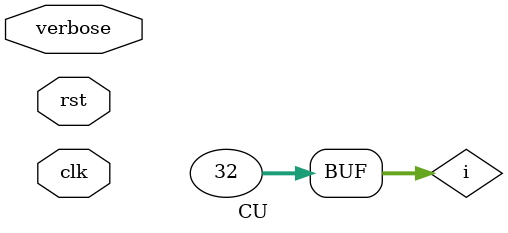
<source format=sv>

`include "veda.sv"
`include "inst_fetch.sv"
`include "inst_decode.sv"
`include "alu.sv"
`include "branch.sv"

module CU #(
  parameter ADDRESS_WIDTH = 5,
  parameter INSTRUCTION_SIZE = 32,
  parameter DATA_SIZE = 64
  ) (
  input clk, 
  input verbose,
  input rst
);
  wire [31:0] instruction; // instruction fetched from instruction memory
  reg [ADDRESS_WIDTH:0] pc; // always points the address of the stored instruction, would always be accesed in instruction memory
  wire [ADDRESS_WIDTH:0] next_pc;

  reg [31:0] inplace_memory [31:0] ; // 32-bit 32 registers
  reg [31:0] ra_reg; // return address register

  // instruction decode registers
  wire [5:0] opcode;
  wire [4:0] rs;
  wire [4:0] rt;
  wire [4:0] rd;
  wire [4:0] shift;
  wire [5:0] funct;
  wire [15:0] imm;
  wire [25:0] jmp;

  // storage memory registers
  reg write_enable = 1'b0, mode = 1'b0;
  reg [ADDRESS_WIDTH:0] addr;
  wire [31:0] dataout;
  reg [31:0] datain;

  // ALU registers
  wire [31:0] alu_out;
  // reg [31:0] data1, data2;

  instruction_fetch insr(
    .clk(clk),
    .rst(rst),
    .pc(pc),
    .instruction(instruction)
  );

  veda memory(
    .clk(clk),
    .rst(rst),
    .opcode(opcode),
    .pc(pc),
    .addr(addr),
    .datain(datain),
    .mode(mode),
    .dataout(dataout)
  );

  // decodes instruction and stores to opcode, rs, rt, rd, shift, funct, imm, jmp
  inst_decode decode(
    .instruction(instruction),
    .opcode(opcode),
    .rs(rs),
    .rt(rt),
    .rd(rd),
    .shift(shift),
    .funct(funct),
    .imm(imm),
    .jump(jmp)
  );

  // performs ALU operation and stores to result
  ALU alu(
    .clk(clk),
    .opcode(opcode),
    .a(inplace_memory[rs]),
    .b(inplace_memory[rt]),
    .imm(imm),
    .funct(funct),
    .ot(alu_out)
  );

  branch branch(
    .clk(clk),
    .opcode(opcode),
    .imm(imm),
    .rd(inplace_memory[rd]),
    .rs(inplace_memory[rs]),
    .pc(pc),

    .next_pc(next_pc)
  );
  
  integer i;
  initial begin
    for (i=0 ;i< 32 ;i=i+1)
      inplace_memory[i] <= 0;
    pc = 0;
    ra_reg = 0;
  end


  always @(posedge clk) begin
    if (rst) 
      pc <= 0;
    else begin
      if (opcode < 6'b001000) begin : aluOps
        // storing back to register
        inplace_memory[rd] = alu_out;
        if (verbose)
          $display("[%d]. [ALU]: rd = %d, rs = %d, rt = %d, imm = %d", pc+1, inplace_memory[rd], inplace_memory[rs], inplace_memory[rt], imm );
        pc = pc + 1;
      end
      else if (opcode >= 6'b001000 && opcode < 6'b010000) begin : conditionalBranch
        if (verbose)
          $display("[%d]", pc+1);
        pc = next_pc + 1;
        if (verbose)
          $display("[BRANCH]: pc = %d, next_pc = %d", pc, next_pc);
      end
      // Unconditional branch
      else begin
        case (opcode)
          6'b010000: pc = jmp[ADDRESS_WIDTH:0]; // jump to register I type
          6'b010001: pc = inplace_memory[jmp[4:0]]; 
          6'b010010: begin : JAL
          pc = jmp[ADDRESS_WIDTH:0]; // return from subroutine I type
          ra_reg = pc + 1; // return address in $ra
          end

          6'b010011: begin
            inplace_memory[rd] = inplace_memory[rs] < inplace_memory[rt] ? 1 : 0;  // slt (set less than)
            pc = pc + 1;
          end

          6'b010100 : begin
            inplace_memory[rd] = inplace_memory[rs] < imm ? 1 : 0;  // slti (set less than)
            pc = pc + 1;
          end

          6'b010101: begin // load word
            write_enable = 1'b0;
            mode = 1'b0;
            addr = inplace_memory[rs] + imm[ADDRESS_WIDTH:0];
            inplace_memory[rd] = dataout;
            if (verbose)
              $display("[%d]. [LOAD]: dataout = %d, source= %d, dest = %d", pc+1, dataout, addr, rd);
            pc = pc + 1;
          end

          6'b010110: begin // store word
            write_enable = 1'b1;
            mode = 1'b0;
            datain = inplace_memory[rd];
            addr = inplace_memory[rs] + imm[ADDRESS_WIDTH:0];
            pc = pc + 1;
          end
        endcase
      end
    end
  end
endmodule
</source>
